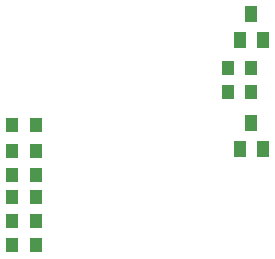
<source format=gtp>
G04*
G04 #@! TF.GenerationSoftware,Altium Limited,Altium Designer,21.3.2 (30)*
G04*
G04 Layer_Color=8421504*
%FSTAX24Y24*%
%MOIN*%
G70*
G04*
G04 #@! TF.SameCoordinates,70DC1E10-037C-42C7-9AD5-60C584CD1C3D*
G04*
G04*
G04 #@! TF.FilePolarity,Positive*
G04*
G01*
G75*
%ADD17R,0.0394X0.0551*%
%ADD18R,0.0394X0.0492*%
D17*
X02505Y03915D02*
D03*
X025424Y038284D02*
D03*
X024676D02*
D03*
X02505Y035533D02*
D03*
X025424Y034667D02*
D03*
X024676D02*
D03*
D18*
X025044Y03655D02*
D03*
X024256D02*
D03*
X025044Y03735D02*
D03*
X024256D02*
D03*
X017873Y035439D02*
D03*
X017086D02*
D03*
X017873Y034589D02*
D03*
X017086D02*
D03*
X017873Y033789D02*
D03*
X017086D02*
D03*
X017873Y033039D02*
D03*
X017086D02*
D03*
X017873Y032239D02*
D03*
X017086D02*
D03*
X017873Y031439D02*
D03*
X017086D02*
D03*
M02*

</source>
